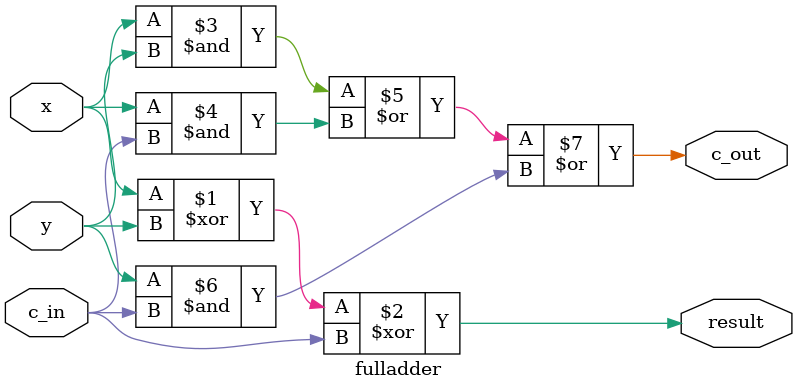
<source format=v>

module fulladder(input x, input y, input c_in, output c_out, output result);

	assign result = (x ^ y) ^ c_in;
	assign c_out = (x & y) | (x & c_in) | (y & c_in); 

endmodule

</source>
